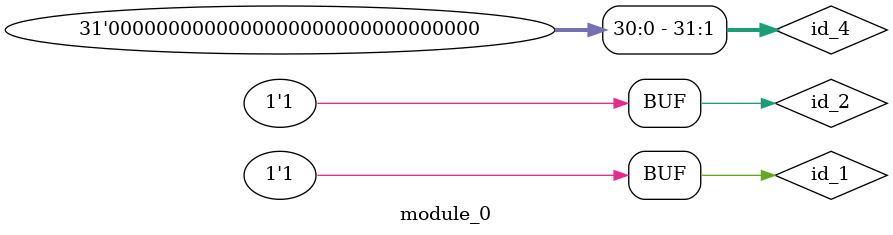
<source format=v>
module module_0 ();
  supply1 id_1, id_2;
  integer id_4 = id_0;
  assign id_2[1] = 1'b0;
  assign id_0[1] = 1;
endmodule

</source>
